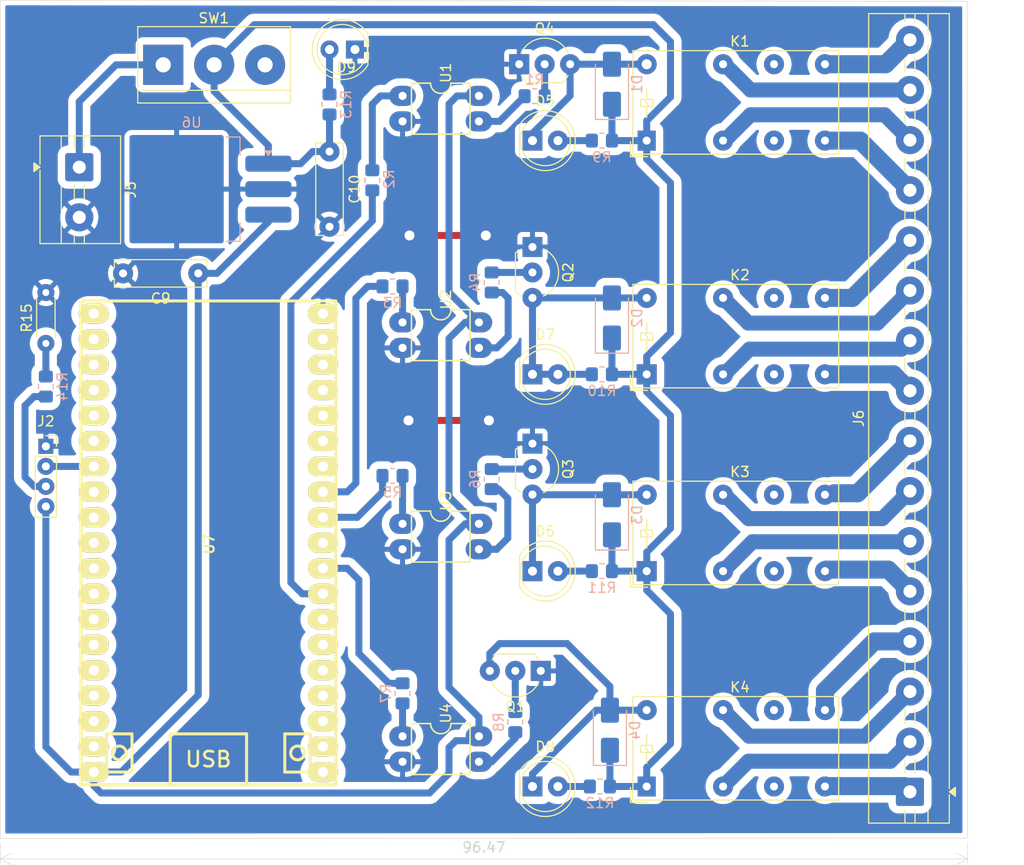
<source format=kicad_pcb>
(kicad_pcb (version 20241229) (generator "pcbnew") (generator_version "9.0")
  (layers (0 "F.Cu" signal) (2 "B.Cu" signal) (13 "F.Paste" user) (15 "B.Paste" user) (5 "F.SilkS" user "F.Silkscreen") (7 "B.SilkS" user "B.Silkscreen") (1 "F.Mask" user) (3 "B.Mask" user) (25 "Edge.Cuts" user))
  (net 0 "")
  (net 1 "GND")
  (net 2 "+5V")
  (net 3 "Net-(D1-A)")
  (net 4 "+12V")
  (net 5 "Net-(D2-A)")
  (net 6 "Net-(D3-A)")
  (net 7 "Net-(D4-A)")
  (net 8 "Net-(D5-A)")
  (net 9 "Net-(D6-A)")
  (net 10 "Net-(D7-A)")
  (net 11 "Net-(D8-A)")
  (net 12 "NC-1")
  (net 13 "NO-1")
  (net 14 "COM-1")
  (net 15 "COM-2")
  (net 16 "NC-2")
  (net 17 "NO-2")
  (net 18 "COM-3")
  (net 19 "NC-3")
  (net 20 "NO-3")
  (net 21 "NO-4")
  (net 22 "COM-4")
  (net 23 "NC-4")
  (net 24 "NO-1.1")
  (net 25 "NC-1.1")
  (net 26 "COM-1.1")
  (net 27 "COM-2.2")
  (net 28 "NO-2.2")
  (net 29 "NC-2.2")
  (net 30 "NO-3.3")
  (net 31 "NC-3.3")
  (net 32 "COM-3.3")
  (net 33 "NC-4.4")
  (net 34 "NO-4.4")
  (net 35 "COM-4.4")
  (net 36 "P19")
  (net 37 "P18")
  (net 38 "Net-(Q1-Pad2)")
  (net 39 "Net-(Q2-Pad2)")
  (net 40 "Net-(Q3-Pad2)")
  (net 41 "Net-(Q4-Pad2)")
  (net 42 "Net-(R1-Pad2)")
  (net 43 "Net-(R2-Pad2)")
  (net 44 "Net-(R3-Pad2)")
  (net 45 "Net-(R4-Pad2)")
  (net 46 "Net-(R5-Pad2)")
  (net 47 "Net-(R6-Pad2)")
  (net 48 "Net-(R7-Pad2)")
  (net 49 "Net-(R8-Pad2)")
  (net 50 "Net-(D9-A)")
  (net 51 "Net-(J1-Pin_2)")
  (net 81 "P16")
  (net 82 "P17")
  (net 85 "trig")
  (net 86 "echo")
  (net 87 "d echo")
  (footprint "Relay_THT:Relay_DPDT_Finder_30.22" (layer "F.Cu") (at 154.385 108.39)
    (property "Reference" "K3" (at 9.3 -9.9 0) (layer "F.SilkS"))
    (property "Value" "Relay_DPDT")
    (pad "11" thru_hole circle (at 7.62 0 90) (size 2 2) (drill 0.8) (layers "*.Cu" "*.Mask") (net 18 "COM-3"))
    (pad "12" thru_hole circle (at 12.7 0 90) (size 2 2) (drill 0.8) (layers "*.Cu" "*.Mask") (net 19 "NC-3"))
    (pad "14" thru_hole circle (at 17.78 0 90) (size 2 2) (drill 0.8) (layers "*.Cu" "*.Mask") (net 20 "NO-3"))
    (pad "21" thru_hole circle (at 7.62 -7.62 90) (size 2 2) (drill 0.8) (layers "*.Cu" "*.Mask") (net 32 "COM-3.3"))
    (pad "22" thru_hole circle (at 12.7 -7.62 90) (size 2 2) (drill 0.8) (layers "*.Cu" "*.Mask") (net 31 "NC-3.3"))
    (pad "24" thru_hole circle (at 17.78 -7.62 180) (size 2 2) (drill 0.8) (layers "*.Cu" "*.Mask") (net 30 "NO-3.3"))
    (pad "A1" thru_hole rect (at 0 0 90) (size 2 2) (drill 0.8) (layers "*.Cu" "*.Mask") (net 4 "+12V"))
    (pad "A2" thru_hole circle (at 0 -7.62 90) (size 2 2) (drill 0.8) (layers "*.Cu" "*.Mask") (net 6 "Net-(D3-A)"))
  )
  (footprint "Relay_THT:Relay_DPDT_Finder_30.22" (layer "F.Cu") (at 154.385 88.76)
    (property "Reference" "K2" (at 9.3 -9.9 0) (layer "F.SilkS"))
    (property "Value" "Relay_DPDT")
    (pad "11" thru_hole circle (at 7.62 0 90) (size 2 2) (drill 0.8) (layers "*.Cu" "*.Mask") (net 15 "COM-2"))
    (pad "12" thru_hole circle (at 12.7 0 90) (size 2 2) (drill 0.8) (layers "*.Cu" "*.Mask") (net 16 "NC-2"))
    (pad "14" thru_hole circle (at 17.78 0 90) (size 2 2) (drill 0.8) (layers "*.Cu" "*.Mask") (net 17 "NO-2"))
    (pad "21" thru_hole circle (at 7.62 -7.62 90) (size 2 2) (drill 0.8) (layers "*.Cu" "*.Mask") (net 27 "COM-2.2"))
    (pad "22" thru_hole circle (at 12.7 -7.62 90) (size 2 2) (drill 0.8) (layers "*.Cu" "*.Mask") (net 29 "NC-2.2"))
    (pad "24" thru_hole circle (at 17.78 -7.62 180) (size 2 2) (drill 0.8) (layers "*.Cu" "*.Mask") (net 28 "NO-2.2"))
    (pad "A1" thru_hole rect (at 0 0 90) (size 2 2) (drill 0.8) (layers "*.Cu" "*.Mask") (net 4 "+12V"))
    (pad "A2" thru_hole circle (at 0 -7.62 90) (size 2 2) (drill 0.8) (layers "*.Cu" "*.Mask") (net 5 "Net-(D2-A)"))
  )
  (footprint "LED_THT:LED_D5.0mm" (layer "F.Cu") (at 142.995 129.87)
    (property "Reference" "D8" (at 1.27 -3.96 0) (layer "F.SilkS"))
    (property "Value" "LED")
    (pad "1" thru_hole rect (at 0 0) (size 2 2) (drill 0.9) (layers "*.Cu" "*.Mask") (net 7 "Net-(D4-A)"))
    (pad "2" thru_hole circle (at 2.54 0) (size 2 2) (drill 0.9) (layers "*.Cu" "*.Mask" "Dwgs.User") (net 11 "Net-(D8-A)"))
  )
  (footprint "TerminalBlock:TerminalBlock_MaiXu_MX126-5.0-16P_1x16_P5.00mm" (layer "F.Cu") (at 180.645 130.4 90)
    (property "Reference" "J6" (at 37.25 -5.12 90) (layer "F.SilkS"))
    (property "Value" "Screw_Terminal_01x16" (hide yes))
    (pad "1" thru_hole roundrect (at 0 0 90) (size 2.8 2.8) (drill 1.3) (layers "*.Cu" "*.Mask") (roundrect_rratio 0.089286) (net 21 "NO-4"))
    (pad "2" thru_hole circle (at 5 0 90) (size 2.8 2.8) (drill 1.3) (layers "*.Cu" "*.Mask") (net 22 "COM-4"))
    (pad "3" thru_hole circle (at 10 0 90) (size 2.8 2.8) (drill 1.3) (layers "*.Cu" "*.Mask") (net 35 "COM-4.4"))
    (pad "4" thru_hole circle (at 15 0 90) (size 2.8 2.8) (drill 1.3) (layers "*.Cu" "*.Mask") (net 34 "NO-4.4"))
    (pad "5" thru_hole circle (at 20 0 90) (size 2.8 2.8) (drill 1.3) (layers "*.Cu" "*.Mask") (net 20 "NO-3"))
    (pad "6" thru_hole circle (at 25 0 90) (size 2.8 2.8) (drill 1.3) (layers "*.Cu" "*.Mask") (net 18 "COM-3"))
    (pad "7" thru_hole circle (at 30 0 90) (size 2.8 2.8) (drill 1.3) (layers "*.Cu" "*.Mask") (net 32 "COM-3.3"))
    (pad "8" thru_hole circle (at 35 0 90) (size 2.8 2.8) (drill 1.3) (layers "*.Cu" "*.Mask") (net 30 "NO-3.3"))
    (pad "9" thru_hole circle (at 40 0 90) (size 2.8 2.8) (drill 1.3) (layers "*.Cu" "*.Mask") (net 17 "NO-2"))
    (pad "10" thru_hole circle (at 45 0 90) (size 2.8 2.8) (drill 1.3) (layers "*.Cu" "*.Mask") (net 15 "COM-2"))
    (pad "11" thru_hole circle (at 50 0 90) (size 2.8 2.8) (drill 1.3) (layers "*.Cu" "*.Mask") (net 27 "COM-2.2"))
    (pad "12" thru_hole circle (at 55 0 90) (size 2.8 2.8) (drill 1.3) (layers "*.Cu" "*.Mask") (net 28 "NO-2.2"))
    (pad "13" thru_hole circle (at 60 0 90) (size 2.8 2.8) (drill 1.3) (layers "*.Cu" "*.Mask") (net 13 "NO-1"))
    (pad "14" thru_hole circle (at 65 0 90) (size 2.8 2.8) (drill 1.3) (layers "*.Cu" "*.Mask") (net 14 "COM-1"))
    (pad "15" thru_hole circle (at 70 0 90) (size 2.8 2.8) (drill 1.3) (layers "*.Cu" "*.Mask") (net 26 "COM-1.1"))
    (pad "16" thru_hole circle (at 75 0 90) (size 2.8 2.8) (drill 1.3) (layers "*.Cu" "*.Mask") (net 24 "NO-1.1"))
  )
  (footprint "Package_TO_SOT_THT:TO-92L_Inline_Wide" (layer "F.Cu") (at 143.82 118.34 180)
    (property "Reference" "Q1" (at 2.54 -3.56 0) (layer "F.SilkS"))
    (property "Value" "2N2222")
    (pad "1" thru_hole rect (at 0 0 180) (size 2 2) (drill 0.8) (layers "*.Cu" "*.Mask") (net 1 "GND"))
    (pad "2" thru_hole circle (at 2.54 0 180) (size 2 2) (drill 0.8) (layers "*.Cu" "*.Mask") (net 38 "Net-(Q1-Pad2)"))
    (pad "3" thru_hole circle (at 5.08 0 180) (size 2 2) (drill 0.8) (layers "*.Cu" "*.Mask") (net 7 "Net-(D4-A)"))
  )
  (footprint "LED_THT:LED_D5.0mm" (layer "F.Cu") (at 142.995 108.39)
    (property "Reference" "D6" (at 1.27 -3.96 0) (layer "F.SilkS"))
    (property "Value" "LED")
    (pad "1" thru_hole rect (at 0 0) (size 2 2) (drill 0.9) (layers "*.Cu" "*.Mask") (net 6 "Net-(D3-A)"))
    (pad "2" thru_hole circle (at 2.54 0) (size 2 2) (drill 0.9) (layers "*.Cu" "*.Mask") (net 9 "Net-(D6-A)"))
  )
  (footprint "Capacitor_THT:C_Rect_L9.0mm_W2.5mm_P7.50mm_MKT" (layer "F.Cu") (at 109.66 78.69 180)
    (property "Reference" "C9" (at 3.75 -2.5 0) (layer "F.SilkS"))
    (property "Value" "0.1uf")
    (pad "1" thru_hole circle (at 0 0 180) (size 2 2) (drill 0.8) (layers "*.Cu" "*.Mask") (net 2 "+5V"))
    (pad "2" thru_hole circle (at 7.5 0 180) (size 2 2) (drill 0.8) (layers "*.Cu" "*.Mask") (net 1 "GND"))
  )
  (footprint "LED_THT:LED_D5.0mm" (layer "F.Cu") (at 142.995 65.45)
    (property "Reference" "D5" (at 1.27 -3.96 0) (layer "F.SilkS"))
    (property "Value" "LED")
    (pad "1" thru_hole rect (at 0 0) (size 2 2) (drill 0.9) (layers "*.Cu" "*.Mask") (net 3 "Net-(D1-A)"))
    (pad "2" thru_hole circle (at 2.54 0) (size 2 2) (drill 0.9) (layers "*.Cu" "*.Mask") (net 8 "Net-(D5-A)"))
  )
  (footprint "Relay_THT:Relay_DPDT_Finder_30.22" (layer "F.Cu") (at 154.385 129.87)
    (property "Reference" "K4" (at 9.3 -9.9 0) (layer "F.SilkS"))
    (property "Value" "Relay_DPDT")
    (pad "11" thru_hole circle (at 7.62 0 90) (size 2 2) (drill 0.8) (layers "*.Cu" "*.Mask") (net 22 "COM-4"))
    (pad "12" thru_hole circle (at 12.7 0 90) (size 2 2) (drill 0.8) (layers "*.Cu" "*.Mask") (net 23 "NC-4"))
    (pad "14" thru_hole circle (at 17.78 0 90) (size 2 2) (drill 0.8) (layers "*.Cu" "*.Mask") (net 21 "NO-4"))
    (pad "21" thru_hole circle (at 7.62 -7.62 90) (size 2 2) (drill 0.8) (layers "*.Cu" "*.Mask") (net 35 "COM-4.4"))
    (pad "22" thru_hole circle (at 12.7 -7.62 90) (size 2 2) (drill 0.8) (layers "*.Cu" "*.Mask") (net 33 "NC-4.4"))
    (pad "24" thru_hole circle (at 17.78 -7.62 180) (size 2 2) (drill 0.8) (layers "*.Cu" "*.Mask") (net 34 "NO-4.4"))
    (pad "A1" thru_hole rect (at 0 0 90) (size 2 1.8) (drill 0.8) (layers "*.Cu" "*.Mask") (net 4 "+12V"))
    (pad "A2" thru_hole circle (at 0 -7.62 90) (size 2 2) (drill 0.8) (layers "*.Cu" "*.Mask") (net 7 "Net-(D4-A)"))
  )
  (footprint "Package_TO_SOT_THT:TO-92_Inline_Wide" (layer "F.Cu") (at 141.67 57.83)
    (property "Reference" "Q4" (at 2.54 -3.56 0) (layer "F.SilkS"))
    (property "Value" "2N2222")
    (pad "1" thru_hole rect (at 0 0) (size 2 2) (drill 0.8) (layers "*.Cu" "*.Mask") (net 1 "GND"))
    (pad "2" thru_hole circle (at 2.54 0) (size 2 2) (drill 0.8) (layers "*.Cu" "*.Mask") (net 41 "Net-(Q4-Pad2)"))
    (pad "3" thru_hole circle (at 5.08 0) (size 2 2) (drill 0.8) (layers "*.Cu" "*.Mask") (net 3 "Net-(D1-A)"))
  )
  (footprint "PC817:DIL04" (layer "F.Cu") (at 133.845 84.85 -90)
    (property "Reference" "U2" (at -3.561905 -0.508845 90) (layer "F.SilkS") (effects (font (size 1.001661 1.001661))))
    (property "Value" "PC817")
    (pad "1" thru_hole oval (at -1.27 3.81 270) (size 2 2.6416) (drill 0.8128) (layers "*.Cu" "*.Mask") (net 44 "Net-(R3-Pad2)"))
    (pad "2" thru_hole oval (at 1.27 3.81 270) (size 2 2.6416) (drill 0.8128) (layers "*.Cu" "*.Mask") (net 1 "GND"))
    (pad "3" thru_hole oval (at 1.27 -3.81 270) (size 2 2.6416) (drill 0.8128) (layers "*.Cu" "*.Mask") (net 45 "Net-(R4-Pad2)"))
    (pad "4" thru_hole oval (at -1.27 -3.81 270) (size 2 2.6416) (drill 0.8128) (layers "*.Cu" "*.Mask") (net 2 "+5V"))
  )
  (footprint "LED_THT:LED_D5.0mm" (layer "F.Cu") (at 125.29 56.365 180)
    (property "Reference" "D9" (at 0.87 -1.77 0) (layer "F.SilkS"))
    (property "Value" "LED")
    (pad "1" thru_hole rect (at 0 0 180) (size 1.8 1.8) (drill 0.9) (layers "*.Cu" "*.Mask") (net 1 "GND"))
    (pad "2" thru_hole circle (at 2.54 0 180) (size 1.8 1.8) (drill 0.9) (layers "*.Cu" "*.Mask") (net 50 "Net-(D9-A)"))
  )
  (footprint "PC817:DIL04" (layer "F.Cu") (at 133.845 62.26 -90)
    (property "Reference" "U1" (at -3.561905 -0.508845 90) (layer "F.SilkS") (effects (font (size 1.001661 1.001661))))
    (property "Value" "PC817")
    (pad "1" thru_hole oval (at -1.27 3.81 270) (size 2 2.6416) (drill 0.8128) (layers "*.Cu" "*.Mask") (net 43 "Net-(R2-Pad2)"))
    (pad "2" thru_hole oval (at 1.27 3.81 270) (size 2 2.6416) (drill 0.8128) (layers "*.Cu" "*.Mask") (net 1 "GND"))
    (pad "3" thru_hole oval (at 1.27 -3.81 270) (size 2 2.6416) (drill 0.8128) (layers "*.Cu" "*.Mask") (net 42 "Net-(R1-Pad2)"))
    (pad "4" thru_hole oval (at -1.27 -3.81 270) (size 2 2.6416) (drill 0.8128) (layers "*.Cu" "*.Mask") (net 2 "+5V"))
  )
  (footprint "Package_TO_SOT_THT:TO-92L_Inline_Wide" (layer "F.Cu") (at 142.995 76.06 -90)
    (property "Reference" "Q2" (at 2.54 -3.56 90) (layer "F.SilkS"))
    (property "Value" "2N2222")
    (pad "1" thru_hole rect (at 0 0 270) (size 2 2) (drill 0.8) (layers "*.Cu" "*.Mask") (net 1 "GND"))
    (pad "2" thru_hole circle (at 2.54 0 270) (size 2 2) (drill 0.8) (layers "*.Cu" "*.Mask") (net 39 "Net-(Q2-Pad2)"))
    (pad "3" thru_hole circle (at 5.08 0 270) (size 2 2) (drill 0.8) (layers "*.Cu" "*.Mask") (net 5 "Net-(D2-A)"))
  )
  (footprint "TerminalBlock:TerminalBlock_bornier-3_P5.08mm" (layer "F.Cu") (at 106.165 57.89)
    (property "Reference" "SW1" (at 5.05 -4.65 0) (layer "F.SilkS"))
    (property "Value" "SW_DPST_x2" (hide yes))
    (pad "1" thru_hole rect (at 0 0) (size 4 4) (drill 1.52) (layers "*.Cu" "*.Mask") (net 51 "Net-(J1-Pin_2)"))
    (pad "2" thru_hole circle (at 5.08 0) (size 4 4) (drill 1.52) (layers "*.Cu" "*.Mask") (net 4 "+12V"))
    (pad "3" thru_hole circle (at 10.16 0) (size 4 4) (drill 1.52) (layers "*.Cu" "*.Mask"))
  )
  (footprint "Package_TO_SOT_THT:TO-92L_Inline_Wide" (layer "F.Cu") (at 142.995 95.67 -90)
    (property "Reference" "Q3" (at 2.54 -3.56 90) (layer "F.SilkS"))
    (property "Value" "2N2222")
    (pad "1" thru_hole rect (at 0 0 270) (size 2 2) (drill 0.8) (layers "*.Cu" "*.Mask") (net 1 "GND"))
    (pad "2" thru_hole circle (at 2.54 0 270) (size 2 2) (drill 0.8) (layers "*.Cu" "*.Mask") (net 40 "Net-(Q3-Pad2)"))
    (pad "3" thru_hole circle (at 5.08 0 270) (size 2 2) (drill 0.8) (layers "*.Cu" "*.Mask") (net 6 "Net-(D3-A)"))
  )
  (footprint "Capacitor_THT:C_Rect_L9.0mm_W2.5mm_P7.50mm_MKT" (layer "F.Cu") (at 122.75 66.54 -90)
    (property "Reference" "C10" (at 3.75 -2.5 90) (layer "F.SilkS"))
    (property "Value" "0.22uf")
    (pad "1" thru_hole circle (at 0 0 270) (size 2 2) (drill 0.8) (layers "*.Cu" "*.Mask") (net 4 "+12V"))
    (pad "2" thru_hole circle (at 7.5 0 270) (size 2 2) (drill 0.8) (layers "*.Cu" "*.Mask") (net 1 "GND"))
  )
  (footprint "LED_THT:LED_D5.0mm" (layer "F.Cu") (at 142.995 88.76)
    (property "Reference" "D7" (at 1.27 -3.96 0) (layer "F.SilkS"))
    (property "Value" "LED")
    (pad "1" thru_hole rect (at 0 0) (size 2 2) (drill 0.9) (layers "*.Cu" "*.Mask") (net 5 "Net-(D2-A)"))
    (pad "2" thru_hole circle (at 2.54 0) (size 2 2) (drill 0.9) (layers "*.Cu" "*.Mask") (net 10 "Net-(D7-A)"))
  )
  (footprint "TerminalBlock:TerminalBlock_MaiXu_MX126-5.0-02P_1x02_P5.00mm" (layer "F.Cu") (at 97.7925 68.1 -90)
    (property "Reference" "J5" (at 2.25 -5.12 90) (layer "F.SilkS"))
    (property "Value" "entrada")
    (pad "1" thru_hole roundrect (at 0 0 270) (size 2.8 2.8) (drill 1.3) (layers "*.Cu" "*.Mask") (roundrect_rratio 0.089286) (net 51 "Net-(J1-Pin_2)"))
    (pad "2" thru_hole circle (at 5 0 270) (size 2.8 2.8) (drill 1.3) (layers "*.Cu" "*.Mask") (net 1 "GND"))
  )
  (footprint "PC817:DIL04" (layer "F.Cu") (at 133.845 126.1325 -90)
    (property "Reference" "U4" (at -3.561905 -0.508845 90) (layer "F.SilkS") (effects (font (size 1.001661 1.001661))))
    (property "Value" "PC817")
    (pad "1" thru_hole oval (at -1.27 3.81 270) (size 2 2.6416) (drill 0.8128) (layers "*.Cu" "*.Mask") (net 48 "Net-(R7-Pad2)"))
    (pad "2" thru_hole oval (at 1.27 3.81 270) (size 2 2.6416) (drill 0.8128) (layers "*.Cu" "*.Mask") (net 1 "GND"))
    (pad "3" thru_hole oval (at 1.27 -3.81 270) (size 2 2.6416) (drill 0.8128) (layers "*.Cu" "*.Mask") (net 49 "Net-(R8-Pad2)"))
    (pad "4" thru_hole oval (at -1.27 -3.81 270) (size 2 2.6416) (drill 0.8128) (layers "*.Cu" "*.Mask") (net 2 "+5V"))
  )
  (footprint "Resistor_THT:R_Axial_DIN0204_L3.6mm_D1.6mm_P5.08mm_Horizontal" (layer "F.Cu") (at 94.46 85.68 90)
    (property "Reference" "R15" (at 2.54 -1.92 90) (layer "F.SilkS"))
    (property "Value" "2K")
    (pad "1" thru_hole circle (at 0 0 90) (size 1.7 1.7) (drill 0.7) (layers "*.Cu" "*.Mask") (net 87 "d echo"))
    (pad "2" thru_hole circle (at 5.08 0 90) (size 1.7 1.7) (drill 0.7) (layers "*.Cu" "*.Mask") (net 1 "GND"))
  )
  (footprint "PC817:DIL04" (layer "F.Cu") (at 133.845 104.94 -90)
    (property "Reference" "U3" (at -3.561905 -0.508845 90) (layer "F.SilkS") (effects (font (size 1.001661 1.001661))))
    (property "Value" "PC817")
    (pad "1" thru_hole oval (at -1.27 3.81 270) (size 2 2.6416) (drill 0.8128) (layers "*.Cu" "*.Mask") (net 46 "Net-(R5-Pad2)"))
    (pad "2" thru_hole oval (at 1.27 3.81 270) (size 2 2.6416) (drill 0.8128) (layers "*.Cu" "*.Mask") (net 1 "GND"))
    (pad "3" thru_hole oval (at 1.27 -3.81 270) (size 2 2.6416) (drill 0.8128) (layers "*.Cu" "*.Mask") (net 47 "Net-(R6-Pad2)"))
    (pad "4" thru_hole oval (at -1.27 -3.81 270) (size 2 2.6416) (drill 0.8128) (layers "*.Cu" "*.Mask") (net 2 "+5V"))
  )
  (footprint "EESTN5:ESP32S" (layer "F.Cu") (at 110.67 105.57 -90)
    (property "Reference" "U7" (at 0.127 -0.0635 90) (layer "F.SilkS") (effects (font (size 1.016 1.016) (thickness 0.2032))))
    (property "Value" "ESP32_DEVKITC" (hide yes))
    (fp_text user "USB" (at 21.59 0 0) (layer "F.SilkS") (effects (font (size 1.524 1.524) (thickness 0.254))))
    (pad "1" thru_hole oval (at -22.86 11.43 270) (size 2 3) (drill 1) (layers "*.Cu" "*.Mask" "F.SilkS"))
    (pad "2" thru_hole oval (at -20.32 11.43 270) (size 2 3) (drill 1) (layers "*.Cu" "*.Mask" "F.SilkS"))
    (pad "3" thru_hole oval (at -17.78 11.43 270) (size 2 3) (drill 1) (layers "*.Cu" "*.Mask" "F.SilkS"))
    (pad "4" thru_hole oval (at -15.24 11.43 270) (size 2 3) (drill 1) (layers "*.Cu" "*.Mask" "F.SilkS"))
    (pad "5" thru_hole oval (at -12.7 11.43 270) (size 2 3) (drill 1) (layers "*.Cu" "*.Mask" "F.SilkS"))
    (pad "6" thru_hole oval (at -10.16 11.43 270) (size 2 3) (drill 1) (layers "*.Cu" "*.Mask" "F.SilkS"))
    (pad "7" thru_hole oval (at -7.62 11.43 270) (size 2 3) (drill 1) (layers "*.Cu" "*.Mask" "F.SilkS") (net 85 "trig"))
    (pad "8" thru_hole oval (at -5.08 11.43 270) (size 2 3) (drill 1) (layers "*.Cu" "*.Mask" "F.SilkS"))
    (pad "9" thru_hole oval (at -2.54 11.43 270) (size 2 3) (drill 1) (layers "*.Cu" "*.Mask" "F.SilkS"))
    (pad "10" thru_hole oval (at 0 11.43 270) (size 2 3) (drill 1) (layers "*.Cu" "*.Mask" "F.SilkS"))
    (pad "11" thru_hole oval (at 2.54 11.43 270) (size 2 3) (drill 1) (layers "*.Cu" "*.Mask" "F.SilkS"))
    (pad "12" thru_hole oval (at 5.08 11.43 270) (size 2 3) (drill 1) (layers "*.Cu" "*.Mask" "F.SilkS"))
    (pad "13" thru_hole oval (at 7.62 11.43 270) (size 2 3) (drill 1) (layers "*.Cu" "*.Mask" "F.SilkS"))
    (pad "14" thru_hole oval (at 10.16 11.43 270) (size 2 3) (drill 1) (layers "*.Cu" "*.Mask" "F.SilkS"))
    (pad "15" thru_hole oval (at 12.7 11.43 270) (size 2 3) (drill 1) (layers "*.Cu" "*.Mask" "F.SilkS"))
    (pad "16" thru_hole oval (at 15.24 11.43 270) (size 2 3) (drill 1) (layers "*.Cu" "*.Mask" "F.SilkS"))
    (pad "17" thru_hole oval (at 17.78 11.43 270) (size 2 3) (drill 1) (layers "*.Cu" "*.Mask" "F.SilkS"))
    (pad "18" thru_hole oval (at 20.32 11.43 270) (size 2 3) (drill 1) (layers "*.Cu" "*.Mask" "F.SilkS"))
    (pad "19" thru_hole oval (at 22.86 11.43 270) (size 2 3) (drill 1) (layers "*.Cu" "*.Mask" "F.SilkS") (net 2 "+5V"))
    (pad "20" thru_hole oval (at 22.86 -11.43 90) (size 2 3) (drill 1) (layers "*.Cu" "*.Mask" "F.SilkS"))
    (pad "21" thru_hole oval (at 20.32 -11.43 90) (size 2 3) (drill 1) (layers "*.Cu" "*.Mask" "F.SilkS"))
    (pad "22" thru_hole oval (at 17.78 -11.43 90) (size 2 3) (drill 1) (layers "*.Cu" "*.Mask" "F.SilkS"))
    (pad "23" thru_hole oval (at 15.24 -11.43 90) (size 2 3) (drill 1) (layers "*.Cu" "*.Mask" "F.SilkS"))
    (pad "24" thru_hole oval (at 12.7 -11.43 90) (size 2 3) (drill 1) (layers "*.Cu" "*.Mask" "F.SilkS"))
    (pad "25" thru_hole oval (at 10.16 -11.43 90) (size 2 3) (drill 1) (layers "*.Cu" "*.Mask" "F.SilkS"))
    (pad "26" thru_hole oval (at 7.62 -11.43 90) (size 2 3) (drill 1) (layers "*.Cu" "*.Mask" "F.SilkS"))
    (pad "27" thru_hole oval (at 5.08 -11.43 90) (size 2 3) (drill 1) (layers "*.Cu" "*.Mask" "F.SilkS") (net 81 "P16"))
    (pad "28" thru_hole oval (at 2.54 -11.43 90) (size 2 3) (drill 1) (layers "*.Cu" "*.Mask" "F.SilkS") (net 82 "P17"))
    (pad "29" thru_hole oval (at 0 -11.43 90) (size 2 3) (drill 1) (layers "*.Cu" "*.Mask" "F.SilkS"))
    (pad "30" thru_hole oval (at -2.54 -11.43 90) (size 2 3) (drill 1) (layers "*.Cu" "*.Mask" "F.SilkS") (net 37 "P18"))
    (pad "31" thru_hole oval (at -5.08 -11.43 90) (size 2 3) (drill 1) (layers "*.Cu" "*.Mask" "F.SilkS") (net 36 "P19"))
    (pad "32" thru_hole oval (at -7.62 -11.43 90) (size 2 3) (drill 1) (layers "*.Cu" "*.Mask" "F.SilkS"))
    (pad "33" thru_hole oval (at -10.16 -11.43 90) (size 2 3) (drill 1) (layers "*.Cu" "*.Mask" "F.SilkS"))
    (pad "34" thru_hole oval (at -12.7 -11.43 90) (size 2 3) (drill 1) (layers "*.Cu" "*.Mask" "F.SilkS"))
    (pad "35" thru_hole oval (at -15.24 -11.43 90) (size 2 3) (drill 1) (layers "*.Cu" "*.Mask" "F.SilkS"))
    (pad "36" thru_hole oval (at -17.78 -11.43 90) (size 2 3) (drill 1) (layers "*.Cu" "*.Mask" "F.SilkS"))
    (pad "37" thru_hole oval (at -20.32 -11.43 90) (size 2 3) (drill 1) (layers "*.Cu" "*.Mask" "F.SilkS"))
    (pad "38" thru_hole oval (at -22.86 -11.43 90) (size 2 3) (drill 1) (layers "*.Cu" "*.Mask" "F.SilkS") (net 1 "GND"))
  )
  (footprint "Connector_PinSocket_2.00mm:PinSocket_1x04_P2.00mm_Vertical" (layer "F.Cu") (at 94.46 95.94)
    (property "Reference" "J2" (at 0 -2.5 0) (layer "F.SilkS"))
    (property "Value" "ultrasonido")
    (pad "1" thru_hole rect (at 0 0) (size 1.5 1.5) (drill 0.8) (layers "*.Cu" "*.Mask") (net 1 "GND"))
    (pad "2" thru_hole circle (at 0 2) (size 1.7 1.7) (drill 0.8) (layers "*.Cu" "*.Mask") (net 85 "trig"))
    (pad "3" thru_hole circle (at 0 4) (size 1.7 1.7) (drill 0.8) (layers "*.Cu" "*.Mask") (net 86 "echo"))
    (pad "4" thru_hole circle (at 0 6) (size 1.7 1.7) (drill 0.8) (layers "*.Cu" "*.Mask") (net 2 "+5V"))
  )
  (footprint "Relay_THT:Relay_DPDT_Finder_30.22" (layer "F.Cu") (at 154.385 65.45)
    (property "Reference" "K1" (at 9.3 -9.9 0) (layer "F.SilkS"))
    (property "Value" "Relay_DPDT")
    (pad "11" thru_hole circle (at 7.62 0 90) (size 2 2) (drill 0.8) (layers "*.Cu" "*.Mask") (net 14 "COM-1"))
    (pad "12" thru_hole circle (at 12.7 0 90) (size 2 2) (drill 0.8) (layers "*.Cu" "*.Mask") (net 12 "NC-1"))
    (pad "14" thru_hole circle (at 17.78 0 90) (size 2 2) (drill 0.8) (layers "*.Cu" "*.Mask") (net 13 "NO-1"))
    (pad "21" thru_hole circle (at 7.62 -7.62 90) (size 2 2) (drill 0.8) (layers "*.Cu" "*.Mask") (net 26 "COM-1.1"))
    (pad "22" thru_hole circle (at 12.7 -7.62 90) (size 2 2) (drill 0.8) (layers "*.Cu" "*.Mask") (net 25 "NC-1.1"))
    (pad "24" thru_hole circle (at 17.78 -7.62 180) (size 2 2) (drill 0.8) (layers "*.Cu" "*.Mask") (net 24 "NO-1.1"))
    (pad "A1" thru_hole rect (at 0 0 90) (size 2 1.8) (drill 0.8) (layers "*.Cu" "*.Mask") (net 4 "+12V"))
    (pad "A2" thru_hole circle (at 0 -7.62 90) (size 2 2) (drill 1) (layers "*.Cu" "*.Mask") (net 3 "Net-(D1-A)"))
  )
  (footprint "Resistor_SMD:R_0805_2012Metric_Pad1.20x1.40mm_HandSolder" (layer "B.Cu") (at 138.93 79.6 -90)
    (property "Reference" "R4" (at 0 1.65 90) (layer "B.SilkS") (effects (justify mirror)))
    (property "Value" "1K")
    (pad "1" smd roundrect (at -1 0 270) (size 1.2 1.4) (layers "B.Cu" "B.Mask" "B.Paste") (roundrect_rratio 0.208333) (net 39 "Net-(Q2-Pad2)"))
    (pad "2" smd roundrect (at 1 0 270) (size 1.2 1.4) (layers "B.Cu" "B.Mask" "B.Paste") (roundrect_rratio 0.208333) (net 45 "Net-(R4-Pad2)"))
  )
  (footprint "Resistor_SMD:R_0805_2012Metric_Pad1.20x1.40mm_HandSolder" (layer "B.Cu") (at 129.035 98.89)
    (property "Reference" "R5" (at 0 1.65 0) (layer "B.SilkS") (effects (justify mirror)))
    (property "Value" "220")
    (pad "1" smd roundrect (at -1 0) (size 1.2 1.4) (layers "B.Cu" "B.Mask" "B.Paste") (roundrect_rratio 0.208333) (net 37 "P18"))
    (pad "2" smd roundrect (at 1 0) (size 1.2 1.4) (layers "B.Cu" "B.Mask" "B.Paste") (roundrect_rratio 0.208333) (net 46 "Net-(R5-Pad2)"))
  )
  (footprint "Resistor_SMD:R_0805_2012Metric_Pad1.20x1.40mm_HandSolder" (layer "B.Cu") (at 127.02 69.41 90)
    (property "Reference" "R2" (at 0.12 1.68 90) (layer "B.SilkS") (effects (justify mirror)))
    (property "Value" "220")
    (pad "1" smd roundrect (at -1 0 90) (size 1.2 1.4) (layers "B.Cu" "B.Mask" "B.Paste") (roundrect_rratio 0.208333) (net 81 "P16"))
    (pad "2" smd roundrect (at 1 0 90) (size 1.2 1.4) (layers "B.Cu" "B.Mask" "B.Paste") (roundrect_rratio 0.208333) (net 43 "Net-(R2-Pad2)"))
  )
  (footprint "Resistor_SMD:R_0805_2012Metric_Pad1.20x1.40mm_HandSolder" (layer "B.Cu") (at 149.92 108.39)
    (property "Reference" "R11" (at 0 1.65 0) (layer "B.SilkS") (effects (justify mirror)))
    (property "Value" "1k")
    (pad "1" smd roundrect (at -1 0) (size 1.2 1.4) (layers "B.Cu" "B.Mask" "B.Paste") (roundrect_rratio 0.208333) (net 9 "Net-(D6-A)"))
    (pad "2" smd roundrect (at 1 0) (size 1.2 1.4) (layers "B.Cu" "B.Mask" "B.Paste") (roundrect_rratio 0.208333) (net 4 "+12V"))
  )
  (footprint "Diode_SMD:D_SMA" (layer "B.Cu") (at 150.92 59.83 90)
    (property "Reference" "D1" (at 0 2.5 90) (layer "B.SilkS") (effects (justify mirror)))
    (property "Value" "1N4007")
    (pad "1" smd roundrect (at -2 0 90) (size 2.5 1.8) (layers "B.Cu" "B.Mask" "B.Paste") (roundrect_rratio 0.1388888889) (net 4 "+12V"))
    (pad "2" smd roundrect (at 2 0 90) (size 2.5 1.8) (layers "B.Cu" "B.Mask" "B.Paste") (roundrect_rratio 0.1388888889) (net 3 "Net-(D1-A)"))
  )
  (footprint "Resistor_SMD:R_0805_2012Metric_Pad1.20x1.40mm_HandSolder" (layer "B.Cu") (at 122.75 61.84 90)
    (property "Reference" "R13" (at 0 1.65 90) (layer "B.SilkS") (effects (justify mirror)))
    (property "Value" "470")
    (pad "1" smd roundrect (at -1 0 90) (size 1.2 1.4) (layers "B.Cu" "B.Mask" "B.Paste") (roundrect_rratio 0.208333) (net 4 "+12V"))
    (pad "2" smd roundrect (at 1 0 90) (size 1.2 1.4) (layers "B.Cu" "B.Mask" "B.Paste") (roundrect_rratio 0.208333) (net 50 "Net-(D9-A)"))
  )
  (footprint "Resistor_SMD:R_0805_2012Metric_Pad1.20x1.40mm_HandSolder" (layer "B.Cu") (at 141.28 123.45 -90)
    (property "Reference" "R8" (at 0 1.65 90) (layer "B.SilkS") (effects (justify mirror)))
    (property "Value" "1K")
    (pad "1" smd roundrect (at -1 0 270) (size 1.2 1.4) (layers "B.Cu" "B.Mask" "B.Paste") (roundrect_rratio 0.208333) (net 38 "Net-(Q1-Pad2)"))
    (pad "2" smd roundrect (at 1 0 270) (size 1.2 1.4) (layers "B.Cu" "B.Mask" "B.Paste") (roundrect_rratio 0.208333) (net 49 "Net-(R8-Pad2)"))
  )
  (footprint "Resistor_SMD:R_0805_2012Metric_Pad1.20x1.40mm_HandSolder" (layer "B.Cu") (at 149.92 65.45)
    (property "Reference" "R9" (at 0 1.65 0) (layer "B.SilkS") (effects (justify mirror)))
    (property "Value" "1k")
    (pad "1" smd roundrect (at -1 0) (size 1.2 1.4) (layers "B.Cu" "B.Mask" "B.Paste") (roundrect_rratio 0.208333) (net 8 "Net-(D5-A)"))
    (pad "2" smd roundrect (at 1 0) (size 1.2 1.4) (layers "B.Cu" "B.Mask" "B.Paste") (roundrect_rratio 0.208333) (net 4 "+12V"))
  )
  (footprint "Resistor_SMD:R_0805_2012Metric_Pad1.20x1.40mm_HandSolder" (layer "B.Cu") (at 149.72 129.87)
    (property "Reference" "R12" (at 0 1.65 0) (layer "B.SilkS") (effects (justify mirror)))
    (property "Value" "1k")
    (pad "1" smd roundrect (at -1 0) (size 1.2 1.4) (layers "B.Cu" "B.Mask" "B.Paste") (roundrect_rratio 0.208333) (net 11 "Net-(D8-A)"))
    (pad "2" smd roundrect (at 1 0) (size 1.2 1.4) (layers "B.Cu" "B.Mask" "B.Paste") (roundrect_rratio 0.208333) (net 4 "+12V"))
  )
  (footprint "Resistor_SMD:R_0805_2012Metric_Pad1.20x1.40mm_HandSolder" (layer "B.Cu") (at 94.46 89.98 90)
    (property "Reference" "R14" (at 0 1.65 90) (layer "B.SilkS") (effects (justify mirror)))
    (property "Value" "1K")
    (pad "1" smd roundrect (at -1 0 90) (size 1.2 1.4) (layers "B.Cu" "B.Mask" "B.Paste") (roundrect_rratio 0.208333) (net 86 "echo"))
    (pad "2" smd roundrect (at 1 0 90) (size 1.2 1.4) (layers "B.Cu" "B.Mask" "B.Paste") (roundrect_rratio 0.208333) (net 87 "d echo"))
  )
  (footprint "Resistor_SMD:R_0805_2012Metric_Pad1.20x1.40mm_HandSolder" (layer "B.Cu") (at 149.92 88.76)
    (property "Reference" "R10" (at 0 1.65 0) (layer "B.SilkS") (effects (justify mirror)))
    (property "Value" "1k")
    (pad "1" smd roundrect (at -1 0) (size 1.2 1.4) (layers "B.Cu" "B.Mask" "B.Paste") (roundrect_rratio 0.208333) (net 10 "Net-(D7-A)"))
    (pad "2" smd roundrect (at 1 0) (size 1.2 1.4) (layers "B.Cu" "B.Mask" "B.Paste") (roundrect_rratio 0.208333) (net 4 "+12V"))
  )
  (footprint "Resistor_SMD:R_0805_2012Metric_Pad1.20x1.40mm_HandSolder" (layer "B.Cu") (at 138.93 99.21 -90)
    (property "Reference" "R6" (at 0 1.65 90) (layer "B.SilkS") (effects (justify mirror)))
    (property "Value" "1K")
    (pad "1" smd roundrect (at -1 0 270) (size 1.2 1.4) (layers "B.Cu" "B.Mask" "B.Paste") (roundrect_rratio 0.208333) (net 40 "Net-(Q3-Pad2)"))
    (pad "2" smd roundrect (at 1 0 270) (size 1.2 1.4) (layers "B.Cu" "B.Mask" "B.Paste") (roundrect_rratio 0.208333) (net 47 "Net-(R6-Pad2)"))
  )
  (footprint "Package_TO_SOT_SMD:TO-263-3_TabPin2" (layer "B.Cu") (at 109 70.29 180)
    (property "Reference" "U6" (at 0 6.65 0) (layer "B.SilkS") (effects (justify mirror)))
    (property "Value" "L7805")
    (pad "1" smd roundrect (at -7.65 2.54 180) (size 4.6 1.6) (layers "B.Cu" "B.Mask" "B.Paste") (roundrect_rratio 0.227273) (net 4 "+12V"))
    (pad "2" smd roundrect (at -7.65 0 180) (size 4.6 1.6) (layers "B.Cu" "B.Mask" "B.Paste") (roundrect_rratio 0.227273) (net 1 "GND"))
    (pad "2" smd roundrect (at 1.5 0 180) (size 9.4 10.8) (layers "B.Cu" "B.Mask") (roundrect_rratio 0.026596) (net 1 "GND"))
    (pad "3" smd roundrect (at -7.65 -2.54 180) (size 4.6 1.6) (layers "B.Cu" "B.Mask" "B.Paste") (roundrect_rratio 0.227273) (net 2 "+5V"))
  )
  (footprint "Resistor_SMD:R_0805_2012Metric_Pad1.20x1.40mm_HandSolder" (layer "B.Cu") (at 130.035 120.58 -90)
    (property "Reference" "R7" (at 0 1.65 90) (layer "B.SilkS") (effects (justify mirror)))
    (property "Value" "220")
    (pad "1" smd roundrect (at -1 0 270) (size 1.2 1.4) (layers "B.Cu" "B.Mask" "B.Paste" "Dwgs.User") (roundrect_rratio 0.208333) (net 82 "P17"))
    (pad "2" smd roundrect (at 1 0 270) (size 1.2 1.4) (layers "B.Cu" "B.Mask" "B.Paste") (roundrect_rratio 0.208333) (net 48 "Net-(R7-Pad2)"))
  )
  (footprint "Diode_SMD:D_SMA" (layer "B.Cu") (at 150.72 124.26 90)
    (property "Reference" "D4" (at 0 2.5 90) (layer "B.SilkS") (effects (justify mirror)))
    (property "Value" "1N4007")
    (pad "1" smd roundrect (at -2 0 90) (size 2.5 1.8) (layers "B.Cu" "B.Mask" "B.Paste") (roundrect_rratio 0.1388888889) (net 4 "+12V"))
    (pad "2" smd roundrect (at 2 0 90) (size 2.5 1.8) (layers "B.Cu" "B.Mask" "B.Paste") (roundrect_rratio 0.1388888889) (net 7 "Net-(D4-A)"))
  )
  (footprint "Diode_SMD:D_SMA" (layer "B.Cu") (at 150.92 83.14 90)
    (property "Reference" "D2" (at 0 2.5 90) (layer "B.SilkS") (effects (justify mirror)))
    (property "Value" "1N4007")
    (pad "1" smd roundrect (at -2 0 90) (size 2.5 1.8) (layers "B.Cu" "B.Mask" "B.Paste") (roundrect_rratio 0.1388888889) (net 4 "+12V"))
    (pad "2" smd roundrect (at 2 0 90) (size 2.5 1.8) (layers "B.Cu" "B.Mask" "B.Paste") (roundrect_rratio 0.1388888889) (net 5 "Net-(D2-A)"))
  )
  (footprint "Resistor_SMD:R_0805_2012Metric_Pad1.20x1.40mm_HandSolder" (layer "B.Cu") (at 143.21 61.02 180)
    (property "Reference" "R1" (at 0 1.65 0) (layer "B.SilkS") (effects (justify mirror)))
    (property "Value" "1K")
    (pad "1" smd roundrect (at -1 0 180) (size 1.2 1.4) (layers "B.Cu" "B.Mask" "B.Paste") (roundrect_rratio 0.208333) (net 41 "Net-(Q4-Pad2)"))
    (pad "2" smd roundrect (at 1 0 180) (size 1.2 1.4) (layers "B.Cu" "B.Mask" "B.Paste") (roundrect_rratio 0.208333) (net 42 "Net-(R1-Pad2)"))
  )
  (footprint "Resistor_SMD:R_0805_2012Metric_Pad1.20x1.40mm_HandSolder" (layer "B.Cu") (at 129.035 79.99)
    (property "Reference" "R3" (at 0 1.65 0) (layer "B.SilkS") (effects (justify mirror)))
    (property "Value" "220")
    (pad "1" smd roundrect (at -1 0) (size 1.2 1.4) (layers "B.Cu" "B.Mask" "B.Paste") (roundrect_rratio 0.208333) (net 36 "P19"))
    (pad "2" smd roundrect (at 1 0) (size 1.2 1.4) (layers "B.Cu" "B.Mask" "B.Paste") (roundrect_rratio 0.208333) (net 44 "Net-(R3-Pad2)"))
  )
  (footprint "Diode_SMD:D_SMA" (layer "B.Cu") (at 150.92 102.77 90)
    (property "Reference" "D3" (at 0 2.5 90) (layer "B.SilkS") (effects (justify mirror)))
    (property "Value" "1N4007")
    (pad "1" smd roundrect (at -2 0 90) (size 2.5 1.8) (layers "B.Cu" "B.Mask" "B.Paste") (roundrect_rratio 0.1388888889) (net 4 "+12V"))
    (pad "2" smd roundrect (at 2 0 90) (size 2.5 1.8) (layers "B.Cu" "B.Mask" "B.Paste") (roundrect_rratio 0.1388888889) (net 6 "Net-(D3-A)"))
  )
  (gr_line (start 186.35 51.56) (end 89.91 51.45) (stroke (width 0.05)) (layer "Edge.Cuts"))
  (gr_line (start 186.38 135.01) (end 186.35 51.56) (stroke (width 0.05)) (layer "Edge.Cuts"))
  (gr_line (start 89.91 135.06) (end 89.91 51.45) (stroke (width 0.05)) (layer "Edge.Cuts"))
  (gr_line (start 186.38 135.01) (end 89.91 135.06) (stroke (width 0.05)) (layer "Edge.Cuts"))
  (dimension (type orthogonal) (layer "Edge.Cuts") (pts (xy 186.38 135.01) (xy 89.91 135.06)) (height 2.08) (orientation 0) (format (prefix "") (suffix "") (units 3) (units_format 0) (precision 4) (suppress_zeroes yes)) (style (thickness 0.05) (arrow_length 1.27) (text_position_mode 0) (arrow_direction outward) (extension_height 0.58642) (extension_offset 0.5) (keep_text_aligned yes)) (gr_text "96,47" (at 138.145 135.94 0) (layer "Edge.Cuts") (effects (font (size 1 1) (thickness 0.15)))))
  (segment (start 138.65 93.36) (end 130.63 93.36) (width 0.7) (layer "F.Cu") (net 1))
  (segment (start 138.34 74.91) (end 130.73 74.91) (width 0.7) (layer "F.Cu") (net 1))
  (via (at 130.63 93.36) (size 2.5) (drill 1) (layers "F.Cu" "B.Cu") (net 1))
  (via (at 130.73 74.91) (size 2.5) (drill 1) (layers "F.Cu" "B.Cu") (net 1))
  (via (at 138.34 74.91) (size 2.5) (drill 1) (layers "F.Cu" "B.Cu") (net 1))
  (via (at 138.65 93.36) (size 2.5) (drill 1) (layers "F.Cu" "B.Cu") (net 1))
  (segment (start 136.2758 83.58) (end 137.655 83.58) (width 0.7) (layer "B.Cu") (net 2))
  (segment (start 99.24 128.42) (end 99.24 129.79) (width 0.7) (layer "B.Cu") (net 2))
  (segment (start 134.66 85.1958) (end 136.2758 83.58) (width 0.7) (layer "B.Cu") (net 2))
  (segment (start 116.65 73.56) (end 111.52 78.69) (width 0.7) (layer "B.Cu") (net 2))
  (segment (start 132.719 130.521) (end 134.67 128.57) (width 0.7) (layer "B.Cu") (net 2))
  (segment (start 136.2758 103.67) (end 137.655 103.67) (width 0.7) (layer "B.Cu") (net 2))
  (segment (start 134.67 119.98) (end 134.67 105.2758) (width 0.7) (layer "B.Cu") (net 2))
  (segment (start 96.98 128.43) (end 94.46 125.91) (width 0.7) (layer "B.Cu") (net 2))
  (segment (start 134.67 80.595) (end 137.655 83.58) (width 0.7) (layer "B.Cu") (net 2))
  (segment (start 137.378737 103.67) (end 134.67 100.961263) (width 0.7) (layer "B.Cu") (net 2))
  (segment (start 134.67 105.2758) (end 136.2758 103.67) (width 0.7) (layer "B.Cu") (net 2))
  (segment (start 134.67 100.961263) (end 134.67 85.1958) (width 0.7) (layer "B.Cu") (net 2))
  (segment (start 109.66 78.69) (end 109.66 120.75) (width 0.7) (layer "B.Cu") (net 2))
  (segment (start 94.46 125.91) (end 94.46 101.94) (width 0.7) (layer "B.Cu") (net 2))
  (segment (start 137.655 124.8625) (end 137.655 122.965) (width 0.7) (layer "B.Cu") (net 2))
  (segment (start 99.24 129.79) (end 99.971 130.521) (width 0.7) (layer "B.Cu") (net 2))
  (segment (start 101.99 128.42) (end 99.24 128.42) (width 0.7) (layer "B.Cu") (net 2))
  (segment (start 137.655 103.67) (end 137.378737 103.67) (width 0.7) (layer "B.Cu") (net 2))
  (segment (start 111.52 78.69) (end 109.66 78.69) (width 0.7) (layer "B.Cu") (net 2))
  (segment (start 137.655 60.99) (end 135.47 60.99) (width 0.7) (layer "B.Cu") (net 2))
  (segment (start 134.67 61.79) (end 134.67 80.595) (width 0.7) (layer "B.Cu") (net 2))
  (segment (start 134.67 125.99) (end 135.3585 125.3015) (width 0.7) (layer "B.Cu") (net 2))
  (segment (start 135.47 60.99) (end 134.67 61.79) (width 0.7) (layer "B.Cu") (net 2))
  (segment (start 135.3585 125.3015) (end 137.655 125.3015) (width 0.7) (layer "B.Cu") (net 2))
  (segment (start 137.655 125.3015) (end 137.655 124.8625) (width 0.7) (layer "B.Cu") (net 2))
  (segment (start 99.971 130.521) (end 132.719 130.521) (width 0.7) (layer "B.Cu") (net 2))
  (segment (start 116.65 72.83) (end 116.65 73.56) (width 0.7) (layer "B.Cu") (net 2))
  (segment (start 134.67 128.57) (end 134.67 125.99) (width 0.7) (layer "B.Cu") (net 2))
  (segment (start 137.655 122.965) (end 134.67 119.98) (width 0.7) (layer "B.Cu") (net 2))
  (segment (start 99.24 128.43) (end 96.98 128.43) (width 0.7) (layer "B.Cu") (net 2))
  (segment (start 109.66 120.75) (end 101.99 128.42) (width 0.7) (layer "B.Cu") (net 2))
  (segment (start 142.995 64.725) (end 142.995 65.45) (width 0.7) (layer "B.Cu") (net 3))
  (segment (start 150.92 57.83) (end 146.75 57.83) (width 0.7) (layer "B.Cu") (net 3))
  (segment (start 146.75 60.97) (end 142.995 64.725) (width 0.7) (layer "B.Cu") (net 3))
  (segment (start 154.545 57.83) (end 150.92 57.83) (width 0.7) (layer "B.Cu") (net 3))
  (segment (start 146.75 57.83) (end 146.75 60.97) (width 0.7) (layer "B.Cu") (net 3))
  (segment (start 150.92 85.14) (end 150.92 88.76) (width 0.7) (layer "B.Cu") (net 4))
  (segment (start 154.395 108.39) (end 150.991 108.39) (width 0.7) (layer "B.Cu") (net 4))
  (segment (start 154.385 67.295) (end 156.76 69.67) (width 0.7) (layer "B.Cu") (net 4))
  (segment (start 116.65 65.94) (end 116.65 67.75) (width 0.7) (layer "B.Cu") (net 4))
  (segment (start 121.08 66.54) (end 122.75 66.54) (width 0.7) (layer "B.Cu") (net 4))
  (segment (start 156.76 69.67) (end 156.76 84.61) (width 0.7) (layer "B.Cu") (net 4))
  (segment (start 154.385 127.975) (end 154.385 129.87) (width 0.7) (layer "B.Cu") (net 4))
  (segment (start 154.395 106.485) (end 154.395 108.39) (width 0.7) (layer "B.Cu") (net 4))
  (segment (start 156.76 55.59) (end 155.06 53.89) (width 0.7) (layer "B.Cu") (net 4))
  (segment (start 111.245 57.89) (end 111.245 60.535) (width 0.7) (layer "B.Cu") (net 4))
  (segment (start 111.245 60.535) (end 116.65 65.94) (width 0.7) (layer "B.Cu") (net 4))
  (segment (start 150.92 88.76) (end 154.385 88.76) (width 0.7) (layer "B.Cu") (net 4))
  (segment (start 154.385 63.475) (end 156.76 61.1) (width 0.7) (layer "B.Cu") (net 4))
  (segment (start 156.76 104.12) (end 154.395 106.485) (width 0.7) (layer "B.Cu") (net 4))
  (segment (start 150.92 104.77) (end 150.92 107.717976) (width 0.7) (layer "B.Cu") (net 4))
  (segment (start 154.385 90.51) (end 156.76 92.885) (width 0.7) (layer "B.Cu") (net 4))
  (segment (start 156.76 112.66) (end 156.76 125.6) (width 0.7) (layer "B.Cu") (net 4))
  (segment (start 155.06 53.89) (end 115.245 53.89) (width 0.7) (layer "B.Cu") (net 4))
  (segment (start 154.385 65.61) (end 154.385 67.295) (width 0.7) (layer "B.Cu") (net 4))
  (segment (start 154.395 110.295) (end 156.76 112.66) (width 0.7) (layer "B.Cu") (net 4))
  (segment (start 116.65 67.75) (end 119.87 67.75) (width 0.7) (layer "B.Cu") (net 4))
  (segment (start 154.385 88.76) (end 154.385 90.51) (width 0.7) (layer "B.Cu") (net 4))
  (segment (start 154.385 65.29) (end 154.385 63.475) (width 0.7) (layer "B.Cu") (net 4))
  (segment (start 156.76 84.61) (end 154.385 86.985) (width 0.7) (layer "B.Cu") (net 4))
  (segment (start 122.75 62.84) (end 122.75 66.54) (width 0.7) (layer "B.Cu") (net 4))
  (segment (start 156.76 61.1) (end 156.76 55.59) (width 0.7) (layer "B.Cu") (net 4))
  (segment (start 154.385 86.985) (end 154.385 88.64) (width 0.7) (layer "B.Cu") (net 4))
  (segment (start 156.76 125.6) (end 154.385 127.975) (width 0.7) (layer "B.Cu") (net 4))
  (segment (start 150.72 129.87) (end 150.72 126.26) (width 0.7) (layer "B.Cu") (net 4))
  (segment (start 156.76 92.885) (end 156.76 104.12) (width 0.7) (layer "B.Cu") (net 4))
  (segment (start 119.87 67.75) (end 121.08 66.54) (width 0.7) (layer "B.Cu") (net 4))
  (segment (start 154.225 65.45) (end 154.385 65.61) (width 0.7) (layer "B.Cu") (net 4))
  (segment (start 150.92 65.45) (end 154.225 65.45) (width 0.7) (layer "B.Cu") (net 4))
  (segment (start 154.395 108.39) (end 154.395 110.295) (width 0.7) (layer "B.Cu") (net 4))
  (segment (start 154.385 129.87) (end 150.72 129.87) (width 0.7) (layer "B.Cu") (net 4))
  (segment (start 150.92 61.83) (end 150.92 65.45) (width 0.7) (layer "B.Cu") (net 4))
  (segment (start 115.245 53.89) (end 111.245 57.89) (width 0.7) (layer "B.Cu") (net 4))
  (segment (start 142.995 81.14) (end 142.995 88.76) (width 0.7) (layer "B.Cu") (net 5))
  (segment (start 154.505 81.14) (end 150.92 81.14) (width 0.7) (layer "B.Cu") (net 5))
  (segment (start 150.92 81.14) (end 142.995 81.14) (width 0.7) (layer "B.Cu") (net 5))
  (segment (start 154.395 100.77) (end 150.92 100.77) (width 0.7) (layer "B.Cu") (net 6))
  (segment (start 150.92 100.77) (end 143.015 100.77) (width 0.7) (layer "B.Cu") (net 6))
  (segment (start 142.995 100.75) (end 142.995 108.31) (width 0.7) (layer "B.Cu") (net 6))
  (segment (start 143.015 100.77) (end 142.995 100.75) (width 0.7) (layer "B.Cu") (net 6))
  (segment (start 138.74 118.34) (end 138.74 116.6) (width 0.7) (layer "B.Cu") (net 7))
  (segment (start 146.45 115.62) (end 150.72 119.89) (width 0.7) (layer "B.Cu") (net 7))
  (segment (start 150.72 122.26) (end 154.375 122.26) (width 0.7) (layer "B.Cu") (net 7))
  (segment (start 142.995 129.87) (end 142.995 128.615) (width 0.7) (layer "B.Cu") (net 7))
  (segment (start 142.995 128.615) (end 149.35 122.26) (width 0.7) (layer "B.Cu") (net 7))
  (segment (start 154.375 122.26) (end 154.385 122.25) (width 0.7) (layer "B.Cu") (net 7))
  (segment (start 150.72 119.89) (end 150.72 122.26) (width 0.7) (layer "B.Cu") (net 7))
  (segment (start 138.74 116.6) (end 139.72 115.62) (width 0.7) (layer "B.Cu") (net 7))
  (segment (start 149.35 122.26) (end 150.72 122.26) (width 0.7) (layer "B.Cu") (net 7))
  (segment (start 139.72 115.62) (end 146.45 115.62) (width 0.7) (layer "B.Cu") (net 7))
  (segment (start 148.92 65.45) (end 145.535 65.45) (width 0.7) (layer "B.Cu") (net 8))
  (segment (start 148.92 108.39) (end 145.535 108.39) (width 0.7) (layer "B.Cu") (net 9))
  (segment (start 145.535 88.76) (end 148.92 88.76) (width 0.7) (layer "B.Cu") (net 10))
  (segment (start 145.9625 88.76) (end 142.5775 88.76) (width 0.7) (layer "B.Cu") (net 10))
  (segment (start 148.72 129.87) (end 145.535 129.87) (width 0.7) (layer "B.Cu") (net 11))
  (segment (start 175.695 65.45) (end 180.645 70.4) (width 1.8) (layer "B.Cu") (net 13))
  (segment (start 172.325 65.45) (end 175.695 65.45) (width 1.8) (layer "B.Cu") (net 13))
  (segment (start 178.12 62.875) (end 180.645 65.4) (width 1.5) (layer "B.Cu") (net 14))
  (segment (start 164.74 62.875) (end 178.12 62.875) (width 1.5) (layer "B.Cu") (net 14))
  (segment (start 162.165 65.45) (end 164.74 62.875) (width 1.5) (layer "B.Cu") (net 14))
  (segment (start 164.635 86.25) (end 162.125 88.76) (width 1.5) (layer "B.Cu") (net 15))
  (segment (start 179.795 86.25) (end 164.635 86.25) (width 1.5) (layer "B.Cu") (net 15))
  (segment (start 162.125 88.76) (end 162.005 88.76) (width 1.5) (layer "B.Cu") (net 15))
  (segment (start 180.645 85.4) (end 179.795 86.25) (width 1.5) (layer "B.Cu") (net 15))
  (segment (start 172.285 88.76) (end 179.005 88.76) (width 1.8) (layer "B.Cu") (net 17))
  (segment (start 179.005 88.76) (end 180.645 90.4) (width 1.8) (layer "B.Cu") (net 17))
  (segment (start 162.155 108.24) (end 162.015 108.24) (width 1.5) (layer "B.Cu") (net 18))
  (segment (start 164.935 105.46) (end 162.155 108.24) (width 1.5) (layer "B.Cu") (net 18))
  (segment (start 180.645 105.4) (end 180.585 105.46) (width 1.5) (layer "B.Cu") (net 18))
  (segment (start 180.585 105.46) (end 164.935 105.46) (width 1.5) (layer "B.Cu") (net 18))
  (segment (start 172.315 108.24) (end 178.485 108.24) (width 1.8) (layer "B.Cu") (net 20))
  (segment (start 172.165 108.39) (end 172.315 108.24) (width 1.8) (layer "B.Cu") (net 20))
  (segment (start 178.485 108.24) (end 180.645 110.4) (width 1.8) (layer "B.Cu") (net 20))
  (segment (start 180.075 129.83) (end 180.645 130.4) (width 1.8) (layer "B.Cu") (net 21))
  (segment (start 172.165 129.87) (end 172.205 129.83) (width 1.8) (layer "B.Cu") (net 21))
  (segment (start 172.205 129.83) (end 180.075 129.83) (width 1.8) (layer "B.Cu") (net 21))
  (segment (start 178.695 127.35) (end 164.525 127.35) (width 1.5) (layer "B.Cu") (net 22))
  (segment (start 164.525 127.35) (end 162.005 129.87) (width 1.5) (layer "B.Cu") (net 22))
  (segment (start 180.645 125.4) (end 178.695 127.35) (width 1.5) (layer "B.Cu") (net 22))
  (segment (start 172.325 57.83) (end 178.215 57.83) (width 1.8) (layer "B.Cu") (net 24))
  (segment (start 178.215 57.83) (end 180.645 55.4) (width 1.8) (layer "B.Cu") (net 24))
  (segment (start 164.735 60.4) (end 180.645 60.4) (width 1.5) (layer "B.Cu") (net 26))
  (segment (start 162.165 57.83) (end 164.735 60.4) (width 1.5) (layer "B.Cu") (net 26))
  (segment (start 164.515 83.65) (end 177.395 83.65) (width 1.5) (layer "B.Cu") (net 27))
  (segment (start 162.125 81.26) (end 164.515 83.65) (width 1.5) (layer "B.Cu") (net 27))
  (segment (start 162.125 81.14) (end 162.125 81.26) (width 1.5) (layer "B.Cu") (net 27))
  (segment (start 177.395 83.65) (end 180.645 80.4) (width 1.5) (layer "B.Cu") (net 27))
  (segment (start 174.905 81.14) (end 180.645 75.4) (width 1.8) (layer "B.Cu") (net 28))
  (segment (start 172.285 81.14) (end 174.905 81.14) (width 1.8) (layer "B.Cu") (net 28))
  (segment (start 175.425 100.62) (end 180.645 95.4) (width 1.8) (layer "B.Cu") (net 30))
  (segment (start 173.06 100.62) (end 175.425 100.62) (width 1.8) (layer "B.Cu") (net 30))
  (segment (start 177.895 103.15) (end 180.645 100.4) (width 1.5) (layer "B.Cu") (net 32))
  (segment (start 162.015 100.62) (end 164.545 103.15) (width 1.5) (layer "B.Cu") (net 32))
  (segment (start 164.545 103.15) (end 177.895 103.15) (width 1.5) (layer "B.Cu") (net 32))
  (segment (start 177.08 115.4) (end 180.645 115.4) (width 1.8) (layer "B.Cu") (net 34))
  (segment (start 172.165 122.25) (end 172.165 120.315) (width 1.8) (layer "B.Cu") (net 34))
  (segment (start 172.165 120.315) (end 177.08 115.4) (width 1.8) (layer "B.Cu") (net 34))
  (segment (start 176.195 124.85) (end 164.605 124.85) (width 1.5) (layer "B.Cu") (net 35))
  (segment (start 180.645 120.4) (end 176.195 124.85) (width 1.5) (layer "B.Cu") (net 35))
  (segment (start 164.605 124.85) (end 162.005 122.25) (width 1.5) (layer "B.Cu") (net 35))
  (segment (start 126.56 79.99) (end 125.38 81.17) (width 0.7) (layer "B.Cu") (net 36))
  (segment (start 124.51 100.48) (end 122.1 100.48) (width 0.7) (layer "B.Cu") (net 36))
  (segment (start 125.38 99.61) (end 124.51 100.48) (width 0.7) (layer "B.Cu") (net 36))
  (segment (start 128.035 79.99) (end 126.56 79.99) (width 0.7) (layer "B.Cu") (net 36))
  (segment (start 125.38 81.17) (end 125.38 99.61) (width 0.7) (layer "B.Cu") (net 36))
  (segment (start 125.52 103.02) (end 122.1 103.02) (width 0.7) (layer "B.Cu") (net 37))
  (segment (start 128.035 100.505) (end 125.52 103.02) (width 0.7) (layer "B.Cu") (net 37))
  (segment (start 128.035 98.89) (end 128.035 100.505) (width 0.7) (layer "B.Cu") (net 37))
  (segment (start 141.28 118.34) (end 141.28 122.45) (width 0.7) (layer "B.Cu") (net 38))
  (segment (start 142.995 78.6) (end 138.93 78.6) (width 0.7) (layer "B.Cu") (net 39))
  (segment (start 142.995 98.21) (end 138.93 98.21) (width 0.7) (layer "B.Cu") (net 40))
  (segment (start 144.21 57.83) (end 144.21 61.02) (width 0.7) (layer "B.Cu") (net 41))
  (segment (start 139.7 63.53) (end 137.655 63.53) (width 0.7) (layer "B.Cu") (net 42))
  (segment (start 142.21 61.02) (end 139.7 63.53) (width 0.7) (layer "B.Cu") (net 42))
  (segment (start 127.85 60.99) (end 127.02 61.82) (width 0.7) (layer "B.Cu") (net 43))
  (segment (start 127.02 61.82) (end 127.02 68.41) (width 0.7) (layer "B.Cu") (net 43))
  (segment (start 130.035 60.99) (end 127.85 60.99) (width 0.7) (layer "B.Cu") (net 43))
  (segment (start 130.035 79.99) (end 130.035 83.58) (width 0.7) (layer "B.Cu") (net 44))
  (segment (start 140.01 80.6) (end 140.57 81.16) (width 0.7) (layer "B.Cu") (net 45))
  (segment (start 139.43 86.12) (end 137.655 86.12) (width 0.7) (layer "B.Cu") (net 45))
  (segment (start 138.93 80.6) (end 140.01 80.6) (width 0.7) (layer "B.Cu") (net 45))
  (segment (start 140.57 81.16) (end 140.57 84.98) (width 0.7) (layer "B.Cu") (net 45))
  (segment (start 140.57 84.98) (end 139.43 86.12) (width 0.7) (layer "B.Cu") (net 45))
  (segment (start 130.035 98.89) (end 130.035 103.67) (width 0.7) (layer "B.Cu") (net 46))
  (segment (start 138.93 100.21) (end 139.61 100.21) (width 0.7) (layer "B.Cu") (net 47))
  (segment (start 140.53 101.13) (end 140.53 105.1) (width 0.7) (layer "B.Cu") (net 47))
  (segment (start 139.42 106.21) (end 137.655 106.21) (width 0.7) (layer "B.Cu") (net 47))
  (segment (start 139.61 100.21) (end 140.53 101.13) (width 0.7) (layer "B.Cu") (net 47))
  (segment (start 140.53 105.1) (end 139.42 106.21) (width 0.7) (layer "B.Cu") (net 47))
  (segment (start 130.035 121.58) (end 130.035 124.8625) (width 0.7) (layer "B.Cu") (net 48))
  (segment (start 141.28 124.45) (end 141.28 125.05) (width 0.7) (layer "B.Cu") (net 49))
  (segment (start 141.28 125.05) (end 138.9275 127.4025) (width 0.7) (layer "B.Cu") (net 49))
  (segment (start 138.9275 127.4025) (end 137.655 127.4025) (width 0.7) (layer "B.Cu") (net 49))
  (segment (start 122.75 56.365) (end 122.75 60.84) (width 0.7) (layer "B.Cu") (net 50))
  (segment (start 97.7925 68.1) (end 97.7925 61.5525) (width 0.7) (layer "B.Cu") (net 51))
  (segment (start 97.7925 61.5525) (end 101.455 57.89) (width 0.7) (layer "B.Cu") (net 51))
  (segment (start 101.455 57.89) (end 106.165 57.89) (width 0.7) (layer "B.Cu") (net 51))
  (segment (start 118.9 109.52) (end 120.03 110.65) (width 0.7) (layer "B.Cu") (net 81))
  (segment (start 127.02 73.46) (end 118.9 81.58) (width 0.7) (layer "B.Cu") (net 81))
  (segment (start 127.02 70.41) (end 127.02 73.46) (width 0.7) (layer "B.Cu") (net 81))
  (segment (start 118.9 81.58) (end 118.9 109.52) (width 0.7) (layer "B.Cu") (net 81))
  (segment (start 120.03 110.65) (end 122.1 110.65) (width 0.7) (layer "B.Cu") (net 81))
  (segment (start 125.68 116.6) (end 125.68 109.27) (width 0.7) (layer "B.Cu") (net 82))
  (segment (start 124.52 108.11) (end 122.1 108.11) (width 0.7) (layer "B.Cu") (net 82))
  (segment (start 128.66 119.58) (end 125.68 116.6) (width 0.7) (layer "B.Cu") (net 82))
  (segment (start 130.035 119.58) (end 128.66 119.58) (width 0.7) (layer "B.Cu") (net 82))
  (segment (start 125.68 109.27) (end 124.52 108.11) (width 0.7) (layer "B.Cu") (net 82))
  (segment (start 99.24 97.95) (end 94.85 97.95) (width 0.7) (layer "B.Cu") (net 85))
  (segment (start 94.85 97.95) (end 94.84 97.94) (width 0.7) (layer "B.Cu") (net 85))
  (segment (start 92.38 99.02) (end 93.3 99.94) (width 0.7) (layer "B.Cu") (net 86))
  (segment (start 93.3 99.94) (end 94.46 99.94) (width 0.7) (layer "B.Cu") (net 86))
  (segment (start 94.46 90.98) (end 93.28 90.98) (width 0.7) (layer "B.Cu") (net 86))
  (segment (start 93.28 90.98) (end 92.38 91.88) (width 0.7) (layer "B.Cu") (net 86))
  (segment (start 92.38 91.88) (end 92.38 99.02) (width 0.7) (layer "B.Cu") (net 86))
  (segment (start 94.46 85.68) (end 94.46 88.98) (width 0.7) (layer "B.Cu") (net 87))
  (zone (net 1) (net_name "GND") (layer "B.Cu") (connect_pads (clearance 0.7)) (min_thickness 0.25) (fill yes (thermal_gap 0.5) (thermal_bridge_width 0.5))
    (polygon (pts (xy 186.35 51.56) (xy 186.38 135.01) (xy 89.91 135.06) (xy 89.91 51.45)))
  )
)
</source>
